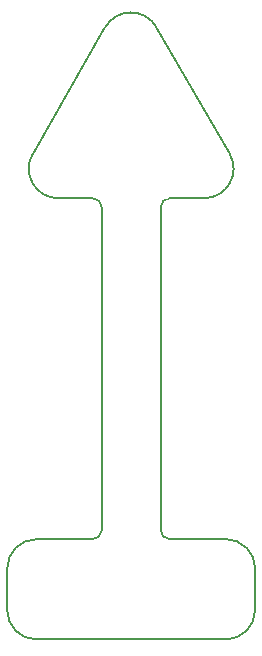
<source format=gm1>
G04 #@! TF.GenerationSoftware,KiCad,Pcbnew,6.0.5-a6ca702e91~116~ubuntu20.04.1*
G04 #@! TF.CreationDate,2022-06-20T08:25:12+02:00*
G04 #@! TF.ProjectId,traffic_lights_train,74726166-6669-4635-9f6c-69676874735f,1.0*
G04 #@! TF.SameCoordinates,Original*
G04 #@! TF.FileFunction,Profile,NP*
%FSLAX46Y46*%
G04 Gerber Fmt 4.6, Leading zero omitted, Abs format (unit mm)*
G04 Created by KiCad (PCBNEW 6.0.5-a6ca702e91~116~ubuntu20.04.1) date 2022-06-20 08:25:12*
%MOMM*%
%LPD*%
G01*
G04 APERTURE LIST*
G04 #@! TA.AperFunction,Profile*
%ADD10C,0.150000*%
G04 #@! TD*
G04 APERTURE END LIST*
D10*
X102164936Y-58890000D02*
X108314872Y-48160000D01*
X118835064Y-58890000D02*
X112645000Y-48160000D01*
X113750000Y-62640000D02*
X116670000Y-62640000D01*
X112645000Y-48160000D02*
G75*
G03*
X108314872Y-48160000I-2165064J-1250001D01*
G01*
X102500000Y-91500000D02*
X107250000Y-91500000D01*
X121000000Y-97500000D02*
X121000000Y-94000000D01*
X113750000Y-91500000D02*
X118500000Y-91500000D01*
X113000000Y-90750000D02*
G75*
G03*
X113750000Y-91500000I750000J0D01*
G01*
X107250000Y-91500000D02*
G75*
G03*
X108000000Y-90750000I0J750000D01*
G01*
X108000000Y-63390000D02*
X108000000Y-90750000D01*
X113000000Y-63390000D02*
X113000000Y-90750000D01*
X113750000Y-62640000D02*
G75*
G03*
X113000000Y-63390000I0J-750000D01*
G01*
X108000000Y-63390000D02*
G75*
G03*
X107250000Y-62640000I-750000J0D01*
G01*
X102164936Y-58890000D02*
G75*
G03*
X104330000Y-62640000I2165064J-1250000D01*
G01*
X116670000Y-62640000D02*
G75*
G03*
X118835064Y-58890000I0J2500000D01*
G01*
X118500000Y-100000000D02*
G75*
G03*
X121000000Y-97500000I0J2500000D01*
G01*
X102500000Y-91500000D02*
G75*
G03*
X100000000Y-94000000I0J-2500000D01*
G01*
X121000000Y-94000000D02*
G75*
G03*
X118500000Y-91500000I-2500000J0D01*
G01*
X100000000Y-97500000D02*
X100000000Y-94000000D01*
X100000000Y-97500000D02*
G75*
G03*
X102500000Y-100000000I2500000J0D01*
G01*
X102500000Y-100000000D02*
X118500000Y-100000000D01*
X104330000Y-62640000D02*
X107250000Y-62640000D01*
M02*

</source>
